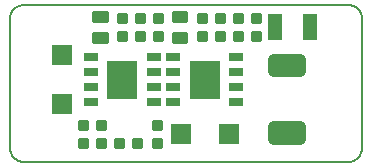
<source format=gbp>
G75*
G70*
%OFA0B0*%
%FSLAX24Y24*%
%IPPOS*%
%LPD*%
%AMOC8*
5,1,8,0,0,1.08239X$1,22.5*
%
%ADD10C,0.0060*%
%ADD11R,0.0500X0.0250*%
%ADD12R,0.1000X0.1250*%
%ADD13R,0.0697X0.0709*%
%ADD14C,0.0088*%
%ADD15C,0.0100*%
%ADD16C,0.0394*%
%ADD17R,0.0450X0.0900*%
%ADD18R,0.0709X0.0697*%
D10*
X000860Y000210D02*
X011610Y000210D01*
X011654Y000212D01*
X011697Y000218D01*
X011739Y000227D01*
X011781Y000240D01*
X011821Y000257D01*
X011860Y000277D01*
X011897Y000300D01*
X011931Y000327D01*
X011964Y000356D01*
X011993Y000389D01*
X012020Y000423D01*
X012043Y000460D01*
X012063Y000499D01*
X012080Y000539D01*
X012093Y000581D01*
X012102Y000623D01*
X012108Y000666D01*
X012110Y000710D01*
X012110Y004960D01*
X012108Y005004D01*
X012102Y005047D01*
X012093Y005089D01*
X012080Y005131D01*
X012063Y005171D01*
X012043Y005210D01*
X012020Y005247D01*
X011993Y005281D01*
X011964Y005314D01*
X011931Y005343D01*
X011897Y005370D01*
X011860Y005393D01*
X011821Y005413D01*
X011781Y005430D01*
X011739Y005443D01*
X011697Y005452D01*
X011654Y005458D01*
X011610Y005460D01*
X000860Y005460D01*
X000816Y005458D01*
X000773Y005452D01*
X000731Y005443D01*
X000689Y005430D01*
X000649Y005413D01*
X000610Y005393D01*
X000573Y005370D01*
X000539Y005343D01*
X000506Y005314D01*
X000477Y005281D01*
X000450Y005247D01*
X000427Y005210D01*
X000407Y005171D01*
X000390Y005131D01*
X000377Y005089D01*
X000368Y005047D01*
X000362Y005004D01*
X000360Y004960D01*
X000360Y000710D01*
X000362Y000666D01*
X000368Y000623D01*
X000377Y000581D01*
X000390Y000539D01*
X000407Y000499D01*
X000427Y000460D01*
X000450Y000423D01*
X000477Y000389D01*
X000506Y000356D01*
X000539Y000327D01*
X000573Y000300D01*
X000610Y000277D01*
X000649Y000257D01*
X000689Y000240D01*
X000731Y000227D01*
X000773Y000218D01*
X000816Y000212D01*
X000860Y000210D01*
D11*
X003060Y002210D03*
X003060Y002710D03*
X003060Y003210D03*
X003060Y003710D03*
X005160Y003710D03*
X005810Y003710D03*
X005810Y003210D03*
X005160Y003210D03*
X005160Y002710D03*
X005810Y002710D03*
X005810Y002210D03*
X005160Y002210D03*
X007910Y002210D03*
X007910Y002710D03*
X007910Y003210D03*
X007910Y003710D03*
D12*
X006860Y002960D03*
X004110Y002960D03*
D13*
X002110Y002156D03*
X002110Y003764D03*
D14*
X003979Y004279D02*
X003979Y004541D01*
X004241Y004541D01*
X004241Y004279D01*
X003979Y004279D01*
X003979Y004366D02*
X004241Y004366D01*
X004241Y004453D02*
X003979Y004453D01*
X003979Y004540D02*
X004241Y004540D01*
X004579Y004541D02*
X004579Y004279D01*
X004579Y004541D02*
X004841Y004541D01*
X004841Y004279D01*
X004579Y004279D01*
X004579Y004366D02*
X004841Y004366D01*
X004841Y004453D02*
X004579Y004453D01*
X004579Y004540D02*
X004841Y004540D01*
X005441Y004541D02*
X005441Y004279D01*
X005179Y004279D01*
X005179Y004541D01*
X005441Y004541D01*
X005441Y004366D02*
X005179Y004366D01*
X005179Y004453D02*
X005441Y004453D01*
X005441Y004540D02*
X005179Y004540D01*
X005441Y004879D02*
X005441Y005141D01*
X005441Y004879D02*
X005179Y004879D01*
X005179Y005141D01*
X005441Y005141D01*
X005441Y004966D02*
X005179Y004966D01*
X005179Y005053D02*
X005441Y005053D01*
X005441Y005140D02*
X005179Y005140D01*
X004579Y005141D02*
X004579Y004879D01*
X004579Y005141D02*
X004841Y005141D01*
X004841Y004879D01*
X004579Y004879D01*
X004579Y004966D02*
X004841Y004966D01*
X004841Y005053D02*
X004579Y005053D01*
X004579Y005140D02*
X004841Y005140D01*
X003979Y005141D02*
X003979Y004879D01*
X003979Y005141D02*
X004241Y005141D01*
X004241Y004879D01*
X003979Y004879D01*
X003979Y004966D02*
X004241Y004966D01*
X004241Y005053D02*
X003979Y005053D01*
X003979Y005140D02*
X004241Y005140D01*
X006629Y005141D02*
X006629Y004879D01*
X006629Y005141D02*
X006891Y005141D01*
X006891Y004879D01*
X006629Y004879D01*
X006629Y004966D02*
X006891Y004966D01*
X006891Y005053D02*
X006629Y005053D01*
X006629Y005140D02*
X006891Y005140D01*
X007491Y005141D02*
X007491Y004879D01*
X007229Y004879D01*
X007229Y005141D01*
X007491Y005141D01*
X007491Y004966D02*
X007229Y004966D01*
X007229Y005053D02*
X007491Y005053D01*
X007491Y005140D02*
X007229Y005140D01*
X007829Y005141D02*
X007829Y004879D01*
X007829Y005141D02*
X008091Y005141D01*
X008091Y004879D01*
X007829Y004879D01*
X007829Y004966D02*
X008091Y004966D01*
X008091Y005053D02*
X007829Y005053D01*
X007829Y005140D02*
X008091Y005140D01*
X008429Y005141D02*
X008429Y004879D01*
X008429Y005141D02*
X008691Y005141D01*
X008691Y004879D01*
X008429Y004879D01*
X008429Y004966D02*
X008691Y004966D01*
X008691Y005053D02*
X008429Y005053D01*
X008429Y005140D02*
X008691Y005140D01*
X008429Y004541D02*
X008429Y004279D01*
X008429Y004541D02*
X008691Y004541D01*
X008691Y004279D01*
X008429Y004279D01*
X008429Y004366D02*
X008691Y004366D01*
X008691Y004453D02*
X008429Y004453D01*
X008429Y004540D02*
X008691Y004540D01*
X007829Y004541D02*
X007829Y004279D01*
X007829Y004541D02*
X008091Y004541D01*
X008091Y004279D01*
X007829Y004279D01*
X007829Y004366D02*
X008091Y004366D01*
X008091Y004453D02*
X007829Y004453D01*
X007829Y004540D02*
X008091Y004540D01*
X007491Y004541D02*
X007491Y004279D01*
X007229Y004279D01*
X007229Y004541D01*
X007491Y004541D01*
X007491Y004366D02*
X007229Y004366D01*
X007229Y004453D02*
X007491Y004453D01*
X007491Y004540D02*
X007229Y004540D01*
X006629Y004541D02*
X006629Y004279D01*
X006629Y004541D02*
X006891Y004541D01*
X006891Y004279D01*
X006629Y004279D01*
X006629Y004366D02*
X006891Y004366D01*
X006891Y004453D02*
X006629Y004453D01*
X006629Y004540D02*
X006891Y004540D01*
X005391Y001591D02*
X005391Y001329D01*
X005129Y001329D01*
X005129Y001591D01*
X005391Y001591D01*
X005391Y001416D02*
X005129Y001416D01*
X005129Y001503D02*
X005391Y001503D01*
X005391Y001590D02*
X005129Y001590D01*
X005391Y000991D02*
X005391Y000729D01*
X005129Y000729D01*
X005129Y000991D01*
X005391Y000991D01*
X005391Y000816D02*
X005129Y000816D01*
X005129Y000903D02*
X005391Y000903D01*
X005391Y000990D02*
X005129Y000990D01*
X004741Y000991D02*
X004479Y000991D01*
X004741Y000991D02*
X004741Y000729D01*
X004479Y000729D01*
X004479Y000991D01*
X004479Y000816D02*
X004741Y000816D01*
X004741Y000903D02*
X004479Y000903D01*
X004479Y000990D02*
X004741Y000990D01*
X004141Y000991D02*
X003879Y000991D01*
X004141Y000991D02*
X004141Y000729D01*
X003879Y000729D01*
X003879Y000991D01*
X003879Y000816D02*
X004141Y000816D01*
X004141Y000903D02*
X003879Y000903D01*
X003879Y000990D02*
X004141Y000990D01*
X003541Y000991D02*
X003541Y000729D01*
X003279Y000729D01*
X003279Y000991D01*
X003541Y000991D01*
X003541Y000816D02*
X003279Y000816D01*
X003279Y000903D02*
X003541Y000903D01*
X003541Y000990D02*
X003279Y000990D01*
X002679Y000991D02*
X002679Y000729D01*
X002679Y000991D02*
X002941Y000991D01*
X002941Y000729D01*
X002679Y000729D01*
X002679Y000816D02*
X002941Y000816D01*
X002941Y000903D02*
X002679Y000903D01*
X002679Y000990D02*
X002941Y000990D01*
X002679Y001329D02*
X002679Y001591D01*
X002941Y001591D01*
X002941Y001329D01*
X002679Y001329D01*
X002679Y001416D02*
X002941Y001416D01*
X002941Y001503D02*
X002679Y001503D01*
X002679Y001590D02*
X002941Y001590D01*
X003541Y001591D02*
X003541Y001329D01*
X003279Y001329D01*
X003279Y001591D01*
X003541Y001591D01*
X003541Y001416D02*
X003279Y001416D01*
X003279Y001503D02*
X003541Y001503D01*
X003541Y001590D02*
X003279Y001590D01*
D15*
X003135Y004210D02*
X003135Y004510D01*
X003585Y004510D01*
X003585Y004210D01*
X003135Y004210D01*
X003135Y004309D02*
X003585Y004309D01*
X003585Y004408D02*
X003135Y004408D01*
X003135Y004507D02*
X003585Y004507D01*
X003135Y004910D02*
X003135Y005210D01*
X003585Y005210D01*
X003585Y004910D01*
X003135Y004910D01*
X003135Y005009D02*
X003585Y005009D01*
X003585Y005108D02*
X003135Y005108D01*
X003135Y005207D02*
X003585Y005207D01*
X006235Y005210D02*
X006235Y004910D01*
X005785Y004910D01*
X005785Y005210D01*
X006235Y005210D01*
X006235Y005009D02*
X005785Y005009D01*
X005785Y005108D02*
X006235Y005108D01*
X006235Y005207D02*
X005785Y005207D01*
X006235Y004510D02*
X006235Y004210D01*
X005785Y004210D01*
X005785Y004510D01*
X006235Y004510D01*
X006235Y004309D02*
X005785Y004309D01*
X005785Y004408D02*
X006235Y004408D01*
X006235Y004507D02*
X005785Y004507D01*
D16*
X009177Y003236D02*
X010043Y003236D01*
X009177Y003236D02*
X009177Y003628D01*
X010043Y003628D01*
X010043Y003236D01*
X010043Y000992D02*
X009177Y000992D01*
X009177Y001384D01*
X010043Y001384D01*
X010043Y000992D01*
D17*
X010360Y004710D03*
X009210Y004710D03*
D18*
X007664Y001160D03*
X006056Y001160D03*
M02*

</source>
